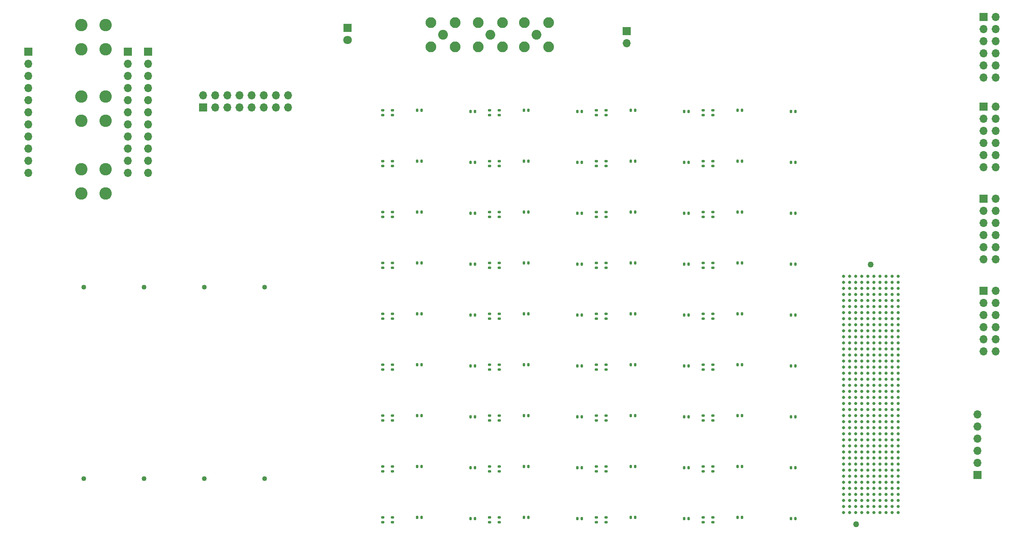
<source format=gbr>
%TF.GenerationSoftware,KiCad,Pcbnew,7.0.1*%
%TF.CreationDate,2023-04-05T17:43:42-07:00*%
%TF.ProjectId,VRSPAD-144,56525350-4144-42d3-9134-342e6b696361,rev?*%
%TF.SameCoordinates,Original*%
%TF.FileFunction,Soldermask,Bot*%
%TF.FilePolarity,Negative*%
%FSLAX46Y46*%
G04 Gerber Fmt 4.6, Leading zero omitted, Abs format (unit mm)*
G04 Created by KiCad (PCBNEW 7.0.1) date 2023-04-05 17:43:42*
%MOMM*%
%LPD*%
G01*
G04 APERTURE LIST*
G04 Aperture macros list*
%AMRoundRect*
0 Rectangle with rounded corners*
0 $1 Rounding radius*
0 $2 $3 $4 $5 $6 $7 $8 $9 X,Y pos of 4 corners*
0 Add a 4 corners polygon primitive as box body*
4,1,4,$2,$3,$4,$5,$6,$7,$8,$9,$2,$3,0*
0 Add four circle primitives for the rounded corners*
1,1,$1+$1,$2,$3*
1,1,$1+$1,$4,$5*
1,1,$1+$1,$6,$7*
1,1,$1+$1,$8,$9*
0 Add four rect primitives between the rounded corners*
20,1,$1+$1,$2,$3,$4,$5,0*
20,1,$1+$1,$4,$5,$6,$7,0*
20,1,$1+$1,$6,$7,$8,$9,0*
20,1,$1+$1,$8,$9,$2,$3,0*%
G04 Aperture macros list end*
%ADD10C,2.600000*%
%ADD11R,1.800000X1.800000*%
%ADD12C,1.800000*%
%ADD13R,1.700000X1.700000*%
%ADD14O,1.700000X1.700000*%
%ADD15C,1.020000*%
%ADD16C,2.050000*%
%ADD17C,2.250000*%
%ADD18RoundRect,0.140000X-0.140000X-0.170000X0.140000X-0.170000X0.140000X0.170000X-0.140000X0.170000X0*%
%ADD19RoundRect,0.140000X-0.170000X0.140000X-0.170000X-0.140000X0.170000X-0.140000X0.170000X0.140000X0*%
%ADD20RoundRect,0.140000X0.140000X0.170000X-0.140000X0.170000X-0.140000X-0.170000X0.140000X-0.170000X0*%
%ADD21C,1.270000*%
%ADD22C,0.640000*%
G04 APERTURE END LIST*
D10*
%TO.C,U6*%
X18923000Y85979000D03*
X24003000Y85979000D03*
X18923000Y91059000D03*
X24003000Y91059000D03*
%TD*%
D11*
%TO.C,D1*%
X74676000Y120655000D03*
D12*
X74676000Y118115000D03*
%TD*%
D10*
%TO.C,U4*%
X18923000Y101219000D03*
X24003000Y101219000D03*
X18923000Y106299000D03*
X24003000Y106299000D03*
%TD*%
D13*
%TO.C,J5*%
X7874000Y115697000D03*
D14*
X7874000Y113157000D03*
X7874000Y110617000D03*
X7874000Y108077000D03*
X7874000Y105537000D03*
X7874000Y102997000D03*
X7874000Y100457000D03*
X7874000Y97917000D03*
X7874000Y95377000D03*
X7874000Y92837000D03*
X7874000Y90297000D03*
%TD*%
D15*
%TO.C,J8*%
X57257000Y66293000D03*
X57257000Y26163000D03*
%TD*%
D13*
%TO.C,J2*%
X207772000Y104140000D03*
D14*
X210312000Y104140000D03*
X207772000Y101600000D03*
X210312000Y101600000D03*
X207772000Y99060000D03*
X210312000Y99060000D03*
X207772000Y96520000D03*
X210312000Y96520000D03*
X207772000Y93980000D03*
X210312000Y93980000D03*
X207772000Y91440000D03*
X210312000Y91440000D03*
%TD*%
D13*
%TO.C,J7*%
X44450000Y104013000D03*
D14*
X44450000Y106553000D03*
X46990000Y104013000D03*
X46990000Y106553000D03*
X49530000Y104013000D03*
X49530000Y106553000D03*
X52070000Y104013000D03*
X52070000Y106553000D03*
X54610000Y104013000D03*
X54610000Y106553000D03*
X57150000Y104013000D03*
X57150000Y106553000D03*
X59690000Y104013000D03*
X59690000Y106553000D03*
X62230000Y104013000D03*
X62230000Y106553000D03*
%TD*%
D15*
%TO.C,J9*%
X44657000Y66293000D03*
X44657000Y26163000D03*
%TD*%
D13*
%TO.C,J3*%
X207772000Y122936000D03*
D14*
X210312000Y122936000D03*
X207772000Y120396000D03*
X210312000Y120396000D03*
X207772000Y117856000D03*
X210312000Y117856000D03*
X207772000Y115316000D03*
X210312000Y115316000D03*
X207772000Y112776000D03*
X210312000Y112776000D03*
X207772000Y110236000D03*
X210312000Y110236000D03*
%TD*%
D13*
%TO.C,J14*%
X206502000Y26924000D03*
D14*
X206502000Y29464000D03*
X206502000Y32004000D03*
X206502000Y34544000D03*
X206502000Y37084000D03*
X206502000Y39624000D03*
%TD*%
D10*
%TO.C,U5*%
X18923000Y116205000D03*
X24003000Y116205000D03*
X18923000Y121285000D03*
X24003000Y121285000D03*
%TD*%
D16*
%TO.C,J17*%
X114173000Y119253000D03*
D17*
X111633000Y121793000D03*
X111633000Y116713000D03*
X116713000Y121793000D03*
X116713000Y116713000D03*
%TD*%
D13*
%TO.C,J1*%
X207772000Y84836000D03*
D14*
X210312000Y84836000D03*
X207772000Y82296000D03*
X210312000Y82296000D03*
X207772000Y79756000D03*
X210312000Y79756000D03*
X207772000Y77216000D03*
X210312000Y77216000D03*
X207772000Y74676000D03*
X210312000Y74676000D03*
X207772000Y72136000D03*
X210312000Y72136000D03*
%TD*%
D13*
%TO.C,J4*%
X207772000Y65532000D03*
D14*
X210312000Y65532000D03*
X207772000Y62992000D03*
X210312000Y62992000D03*
X207772000Y60452000D03*
X210312000Y60452000D03*
X207772000Y57912000D03*
X210312000Y57912000D03*
X207772000Y55372000D03*
X210312000Y55372000D03*
X207772000Y52832000D03*
X210312000Y52832000D03*
%TD*%
D15*
%TO.C,J10*%
X32057000Y66293000D03*
X32057000Y26163000D03*
%TD*%
%TO.C,J11*%
X19457000Y66293000D03*
X19457000Y26163000D03*
%TD*%
D13*
%TO.C,J6*%
X28702000Y115697000D03*
D14*
X28702000Y113157000D03*
X28702000Y110617000D03*
X28702000Y108077000D03*
X28702000Y105537000D03*
X28702000Y102997000D03*
X28702000Y100457000D03*
X28702000Y97917000D03*
X28702000Y95377000D03*
X28702000Y92837000D03*
X28702000Y90297000D03*
%TD*%
D13*
%TO.C,J13*%
X32893000Y115697000D03*
D14*
X32893000Y113157000D03*
X32893000Y110617000D03*
X32893000Y108077000D03*
X32893000Y105537000D03*
X32893000Y102997000D03*
X32893000Y100457000D03*
X32893000Y97917000D03*
X32893000Y95377000D03*
X32893000Y92837000D03*
X32893000Y90297000D03*
%TD*%
D16*
%TO.C,J15*%
X94615000Y119253000D03*
D17*
X92075000Y121793000D03*
X92075000Y116713000D03*
X97155000Y121793000D03*
X97155000Y116713000D03*
%TD*%
D13*
%TO.C,J18*%
X133096000Y120020000D03*
D14*
X133096000Y117480000D03*
%TD*%
D16*
%TO.C,J16*%
X104521000Y119253000D03*
D17*
X101981000Y121793000D03*
X101981000Y116713000D03*
X107061000Y121793000D03*
X107061000Y116713000D03*
%TD*%
D18*
%TO.C,C175*%
X156238000Y18034000D03*
X157198000Y18034000D03*
%TD*%
D19*
%TO.C,C146*%
X104394000Y92682000D03*
X104394000Y91722000D03*
%TD*%
%TO.C,C161*%
X82042000Y18006000D03*
X82042000Y17046000D03*
%TD*%
D20*
%TO.C,C102*%
X123670000Y71120000D03*
X122710000Y71120000D03*
%TD*%
D19*
%TO.C,C106*%
X149098000Y71346000D03*
X149098000Y70386000D03*
%TD*%
D18*
%TO.C,C95*%
X89182000Y71374000D03*
X90142000Y71374000D03*
%TD*%
D19*
%TO.C,C29*%
X84074000Y28674000D03*
X84074000Y27714000D03*
%TD*%
%TO.C,C154*%
X84074000Y103350000D03*
X84074000Y102390000D03*
%TD*%
D20*
%TO.C,C57*%
X168374000Y49784000D03*
X167414000Y49784000D03*
%TD*%
%TO.C,C82*%
X168374000Y60452000D03*
X167414000Y60452000D03*
%TD*%
D19*
%TO.C,C94*%
X128778000Y71346000D03*
X128778000Y70386000D03*
%TD*%
%TO.C,C76*%
X126746000Y60678000D03*
X126746000Y59718000D03*
%TD*%
%TO.C,C89*%
X106426000Y60678000D03*
X106426000Y59718000D03*
%TD*%
%TO.C,C91*%
X126746000Y71346000D03*
X126746000Y70386000D03*
%TD*%
%TO.C,C66*%
X82042000Y50010000D03*
X82042000Y49050000D03*
%TD*%
%TO.C,C159*%
X151130000Y103350000D03*
X151130000Y102390000D03*
%TD*%
%TO.C,C44*%
X106426000Y39342000D03*
X106426000Y38382000D03*
%TD*%
%TO.C,C59*%
X151130000Y50010000D03*
X151130000Y49050000D03*
%TD*%
D18*
%TO.C,C50*%
X111534000Y50038000D03*
X112494000Y50038000D03*
%TD*%
D19*
%TO.C,C186*%
X126746000Y103350000D03*
X126746000Y102390000D03*
%TD*%
%TO.C,C126*%
X149098000Y82014000D03*
X149098000Y81054000D03*
%TD*%
D18*
%TO.C,C30*%
X89182000Y39370000D03*
X90142000Y39370000D03*
%TD*%
D20*
%TO.C,C152*%
X101318000Y103124000D03*
X100358000Y103124000D03*
%TD*%
%TO.C,C92*%
X146022000Y71120000D03*
X145062000Y71120000D03*
%TD*%
D19*
%TO.C,C169*%
X128778000Y18006000D03*
X128778000Y17046000D03*
%TD*%
D20*
%TO.C,C112*%
X101318000Y81788000D03*
X100358000Y81788000D03*
%TD*%
D19*
%TO.C,C164*%
X84074000Y18006000D03*
X84074000Y17046000D03*
%TD*%
D20*
%TO.C,C127*%
X168374000Y81788000D03*
X167414000Y81788000D03*
%TD*%
%TO.C,C187*%
X146022000Y103124000D03*
X145062000Y103124000D03*
%TD*%
D19*
%TO.C,C166*%
X126746000Y18006000D03*
X126746000Y17046000D03*
%TD*%
D18*
%TO.C,C80*%
X156238000Y60706000D03*
X157198000Y60706000D03*
%TD*%
D19*
%TO.C,C136*%
X149098000Y92682000D03*
X149098000Y91722000D03*
%TD*%
D20*
%TO.C,C52*%
X123670000Y49784000D03*
X122710000Y49784000D03*
%TD*%
%TO.C,C97*%
X101318000Y71120000D03*
X100358000Y71120000D03*
%TD*%
D19*
%TO.C,C86*%
X104394000Y60678000D03*
X104394000Y59718000D03*
%TD*%
D20*
%TO.C,C42*%
X123670000Y39116000D03*
X122710000Y39116000D03*
%TD*%
%TO.C,C167*%
X146022000Y17780000D03*
X145062000Y17780000D03*
%TD*%
D19*
%TO.C,C84*%
X151130000Y60678000D03*
X151130000Y59718000D03*
%TD*%
%TO.C,C19*%
X151130000Y28674000D03*
X151130000Y27714000D03*
%TD*%
D18*
%TO.C,C75*%
X133886000Y60706000D03*
X134846000Y60706000D03*
%TD*%
D19*
%TO.C,C116*%
X126746000Y82014000D03*
X126746000Y81054000D03*
%TD*%
D20*
%TO.C,C27*%
X101318000Y28448000D03*
X100358000Y28448000D03*
%TD*%
%TO.C,C87*%
X123670000Y60452000D03*
X122710000Y60452000D03*
%TD*%
D19*
%TO.C,C71*%
X82042000Y60678000D03*
X82042000Y59718000D03*
%TD*%
D20*
%TO.C,C107*%
X168374000Y71120000D03*
X167414000Y71120000D03*
%TD*%
D19*
%TO.C,C139*%
X151130000Y92682000D03*
X151130000Y91722000D03*
%TD*%
D20*
%TO.C,C162*%
X101318000Y17780000D03*
X100358000Y17780000D03*
%TD*%
D19*
%TO.C,C24*%
X106426000Y28674000D03*
X106426000Y27714000D03*
%TD*%
%TO.C,C174*%
X106426000Y18006000D03*
X106426000Y17046000D03*
%TD*%
D18*
%TO.C,C140*%
X133886000Y92710000D03*
X134846000Y92710000D03*
%TD*%
D20*
%TO.C,C122*%
X123670000Y81788000D03*
X122710000Y81788000D03*
%TD*%
D19*
%TO.C,C129*%
X151130000Y82014000D03*
X151130000Y81054000D03*
%TD*%
%TO.C,C119*%
X128778000Y82014000D03*
X128778000Y81054000D03*
%TD*%
D18*
%TO.C,C135*%
X156238000Y92710000D03*
X157198000Y92710000D03*
%TD*%
D19*
%TO.C,C69*%
X84074000Y50010000D03*
X84074000Y49050000D03*
%TD*%
D20*
%TO.C,C172*%
X123670000Y17780000D03*
X122710000Y17780000D03*
%TD*%
D19*
%TO.C,C101*%
X104394000Y71346000D03*
X104394000Y70386000D03*
%TD*%
D18*
%TO.C,C20*%
X111534000Y28702000D03*
X112494000Y28702000D03*
%TD*%
%TO.C,C90*%
X133886000Y71374000D03*
X134846000Y71374000D03*
%TD*%
D19*
%TO.C,C141*%
X126746000Y92682000D03*
X126746000Y91722000D03*
%TD*%
%TO.C,C134*%
X84074000Y92682000D03*
X84074000Y91722000D03*
%TD*%
D20*
%TO.C,C177*%
X168374000Y17780000D03*
X167414000Y17780000D03*
%TD*%
D19*
%TO.C,C171*%
X104394000Y18006000D03*
X104394000Y17046000D03*
%TD*%
D18*
%TO.C,C110*%
X89182000Y82042000D03*
X90142000Y82042000D03*
%TD*%
D20*
%TO.C,C137*%
X168374000Y92456000D03*
X167414000Y92456000D03*
%TD*%
%TO.C,C13*%
X168374000Y28448000D03*
X167414000Y28448000D03*
%TD*%
D19*
%TO.C,C149*%
X106426000Y92682000D03*
X106426000Y91722000D03*
%TD*%
%TO.C,C81*%
X149098000Y60678000D03*
X149098000Y59718000D03*
%TD*%
%TO.C,C176*%
X149098000Y18006000D03*
X149098000Y17046000D03*
%TD*%
%TO.C,C99*%
X84074000Y71346000D03*
X84074000Y70386000D03*
%TD*%
D18*
%TO.C,C25*%
X89182000Y28702000D03*
X90142000Y28702000D03*
%TD*%
%TO.C,C150*%
X89182000Y103378000D03*
X90142000Y103378000D03*
%TD*%
D19*
%TO.C,C56*%
X149098000Y50010000D03*
X149098000Y49050000D03*
%TD*%
%TO.C,C36*%
X149098000Y39342000D03*
X149098000Y38382000D03*
%TD*%
%TO.C,C54*%
X106426000Y50010000D03*
X106426000Y49050000D03*
%TD*%
D20*
%TO.C,C37*%
X168374000Y39116000D03*
X167414000Y39116000D03*
%TD*%
D19*
%TO.C,C51*%
X104394000Y50010000D03*
X104394000Y49050000D03*
%TD*%
D21*
%TO.C,J12*%
X184150000Y71017000D03*
X181100000Y16637000D03*
D22*
X189865000Y68592000D03*
X189865000Y67322000D03*
X189865000Y66052000D03*
X189865000Y64782000D03*
X189865000Y63512000D03*
X189865000Y62242000D03*
X189865000Y60972000D03*
X189865000Y59702000D03*
X189865000Y58432000D03*
X189865000Y57162000D03*
X189865000Y55892000D03*
X189865000Y54622000D03*
X189865000Y53352000D03*
X189865000Y52082000D03*
X189865000Y50812000D03*
X189865000Y49542000D03*
X189865000Y48272000D03*
X189865000Y47002000D03*
X189865000Y45732000D03*
X189865000Y44467000D03*
X189865000Y43187000D03*
X189865000Y41922000D03*
X189865000Y40652000D03*
X189865000Y39382000D03*
X189865000Y38112000D03*
X189865000Y36842000D03*
X189865000Y35572000D03*
X189865000Y34302000D03*
X189865000Y33032000D03*
X189865000Y31762000D03*
X189865000Y30492000D03*
X189865000Y29222000D03*
X189865000Y27952000D03*
X189865000Y26682000D03*
X189865000Y25412000D03*
X189865000Y24142000D03*
X189865000Y22872000D03*
X189865000Y21602000D03*
X189865000Y20332000D03*
X189865000Y19062000D03*
X188595000Y68592000D03*
X188595000Y67322000D03*
X188595000Y66052000D03*
X188595000Y64782000D03*
X188595000Y63512000D03*
X188595000Y62242000D03*
X188595000Y60972000D03*
X188595000Y59702000D03*
X188595000Y58432000D03*
X188595000Y57162000D03*
X188595000Y55892000D03*
X188595000Y54622000D03*
X188595000Y53352000D03*
X188595000Y52082000D03*
X188595000Y50812000D03*
X188595000Y49542000D03*
X188595000Y48272000D03*
X188595000Y47002000D03*
X188595000Y45732000D03*
X188595000Y44467000D03*
X188595000Y43187000D03*
X188595000Y41922000D03*
X188595000Y40652000D03*
X188595000Y39382000D03*
X188595000Y38112000D03*
X188595000Y36842000D03*
X188595000Y35572000D03*
X188595000Y34302000D03*
X188595000Y33032000D03*
X188595000Y31762000D03*
X188595000Y30492000D03*
X188595000Y29222000D03*
X188595000Y27952000D03*
X188595000Y26682000D03*
X188595000Y25412000D03*
X188595000Y24142000D03*
X188595000Y22872000D03*
X188595000Y21602000D03*
X188595000Y20332000D03*
X188595000Y19062000D03*
X187325000Y68592000D03*
X187325000Y67322000D03*
X187325000Y66052000D03*
X187325000Y64782000D03*
X187325000Y63512000D03*
X187325000Y62242000D03*
X187325000Y60972000D03*
X187325000Y59702000D03*
X187325000Y58432000D03*
X187325000Y57162000D03*
X187325000Y55892000D03*
X187325000Y54622000D03*
X187325000Y53352000D03*
X187325000Y52082000D03*
X187325000Y50812000D03*
X187325000Y49542000D03*
X187325000Y48272000D03*
X187325000Y47002000D03*
X187325000Y45732000D03*
X187325000Y44467000D03*
X187325000Y43187000D03*
X187325000Y41922000D03*
X187325000Y40652000D03*
X187325000Y39382000D03*
X187325000Y38112000D03*
X187325000Y36842000D03*
X187325000Y35572000D03*
X187325000Y34302000D03*
X187325000Y33032000D03*
X187325000Y31762000D03*
X187325000Y30492000D03*
X187325000Y29222000D03*
X187325000Y27952000D03*
X187325000Y26682000D03*
X187325000Y25412000D03*
X187325000Y24142000D03*
X187325000Y22872000D03*
X187325000Y21602000D03*
X187325000Y20332000D03*
X187325000Y19062000D03*
X186055000Y68592000D03*
X186055000Y67322000D03*
X186055000Y66052000D03*
X186055000Y64782000D03*
X186055000Y63512000D03*
X186055000Y62242000D03*
X186055000Y60972000D03*
X186055000Y59702000D03*
X186055000Y58432000D03*
X186055000Y57162000D03*
X186055000Y55892000D03*
X186055000Y54622000D03*
X186055000Y53352000D03*
X186055000Y52082000D03*
X186055000Y50812000D03*
X186055000Y49542000D03*
X186055000Y48272000D03*
X186055000Y47002000D03*
X186055000Y45732000D03*
X186055000Y44467000D03*
X186055000Y43187000D03*
X186055000Y41922000D03*
X186055000Y40652000D03*
X186055000Y39382000D03*
X186055000Y38112000D03*
X186055000Y36842000D03*
X186055000Y35572000D03*
X186055000Y34302000D03*
X186055000Y33032000D03*
X186055000Y31762000D03*
X186055000Y30492000D03*
X186055000Y29222000D03*
X186055000Y27952000D03*
X186055000Y26682000D03*
X186055000Y25412000D03*
X186055000Y24142000D03*
X186055000Y22872000D03*
X186055000Y21602000D03*
X186055000Y20332000D03*
X186055000Y19062000D03*
X184790000Y68592000D03*
X184790000Y67322000D03*
X184790000Y66052000D03*
X184790000Y64782000D03*
X184790000Y63512000D03*
X184790000Y62242000D03*
X184790000Y60972000D03*
X184790000Y59702000D03*
X184790000Y58432000D03*
X184790000Y57162000D03*
X184790000Y55892000D03*
X184790000Y54622000D03*
X184790000Y53352000D03*
X184790000Y52082000D03*
X184790000Y50812000D03*
X184790000Y49542000D03*
X184790000Y48272000D03*
X184790000Y47002000D03*
X184790000Y45732000D03*
X184790000Y44467000D03*
X184790000Y43187000D03*
X184790000Y41922000D03*
X184790000Y40652000D03*
X184790000Y39382000D03*
X184790000Y38112000D03*
X184790000Y36842000D03*
X184790000Y35572000D03*
X184790000Y34302000D03*
X184790000Y33032000D03*
X184790000Y31762000D03*
X184790000Y30492000D03*
X184790000Y29222000D03*
X184790000Y27952000D03*
X184790000Y26682000D03*
X184790000Y25412000D03*
X184790000Y24142000D03*
X184790000Y22872000D03*
X184790000Y21602000D03*
X184790000Y20332000D03*
X184790000Y19062000D03*
X183510000Y68592000D03*
X183510000Y67322000D03*
X183510000Y66052000D03*
X183510000Y64782000D03*
X183510000Y63512000D03*
X183510000Y62242000D03*
X183510000Y60972000D03*
X183510000Y59702000D03*
X183510000Y58432000D03*
X183510000Y57162000D03*
X183510000Y55892000D03*
X183510000Y54622000D03*
X183510000Y53352000D03*
X183510000Y52082000D03*
X183510000Y50812000D03*
X183510000Y49542000D03*
X183510000Y48272000D03*
X183510000Y47002000D03*
X183510000Y45732000D03*
X183510000Y44467000D03*
X183510000Y43187000D03*
X183510000Y41922000D03*
X183510000Y40652000D03*
X183510000Y39382000D03*
X183510000Y38112000D03*
X183510000Y36842000D03*
X183510000Y35572000D03*
X183510000Y34302000D03*
X183510000Y33032000D03*
X183510000Y31762000D03*
X183510000Y30492000D03*
X183510000Y29222000D03*
X183510000Y27952000D03*
X183510000Y26682000D03*
X183510000Y25412000D03*
X183510000Y24142000D03*
X183510000Y22872000D03*
X183510000Y21602000D03*
X183510000Y20332000D03*
X183510000Y19062000D03*
X182245000Y68592000D03*
X182245000Y67322000D03*
X182245000Y66052000D03*
X182245000Y64782000D03*
X182245000Y63512000D03*
X182245000Y62242000D03*
X182245000Y60972000D03*
X182245000Y59702000D03*
X182245000Y58432000D03*
X182245000Y57162000D03*
X182245000Y55892000D03*
X182245000Y54622000D03*
X182245000Y53352000D03*
X182245000Y52082000D03*
X182245000Y50812000D03*
X182245000Y49542000D03*
X182245000Y48272000D03*
X182245000Y47002000D03*
X182245000Y45732000D03*
X182245000Y44467000D03*
X182245000Y43187000D03*
X182245000Y41922000D03*
X182245000Y40652000D03*
X182245000Y39382000D03*
X182245000Y38112000D03*
X182245000Y36842000D03*
X182245000Y35572000D03*
X182245000Y34302000D03*
X182245000Y33032000D03*
X182245000Y31762000D03*
X182245000Y30492000D03*
X182245000Y29222000D03*
X182245000Y27952000D03*
X182245000Y26682000D03*
X182245000Y25412000D03*
X182245000Y24142000D03*
X182245000Y22872000D03*
X182245000Y21602000D03*
X182245000Y20332000D03*
X182245000Y19062000D03*
X180975000Y68592000D03*
X180975000Y67322000D03*
X180975000Y66052000D03*
X180975000Y64782000D03*
X180975000Y63512000D03*
X180975000Y62242000D03*
X180975000Y60972000D03*
X180975000Y59702000D03*
X180975000Y58432000D03*
X180975000Y57162000D03*
X180975000Y55892000D03*
X180975000Y54622000D03*
X180975000Y53352000D03*
X180975000Y52082000D03*
X180975000Y50812000D03*
X180975000Y49542000D03*
X180975000Y48272000D03*
X180975000Y47002000D03*
X180975000Y45732000D03*
X180975000Y44467000D03*
X180975000Y43187000D03*
X180975000Y41922000D03*
X180975000Y40652000D03*
X180975000Y39382000D03*
X180975000Y38112000D03*
X180975000Y36842000D03*
X180975000Y35572000D03*
X180975000Y34302000D03*
X180975000Y33032000D03*
X180975000Y31762000D03*
X180975000Y30492000D03*
X180975000Y29222000D03*
X180975000Y27952000D03*
X180975000Y26682000D03*
X180975000Y25412000D03*
X180975000Y24142000D03*
X180975000Y22872000D03*
X180975000Y21602000D03*
X180975000Y20332000D03*
X180975000Y19062000D03*
X179705000Y68592000D03*
X179705000Y67322000D03*
X179705000Y66052000D03*
X179705000Y64782000D03*
X179705000Y63512000D03*
X179705000Y62242000D03*
X179705000Y60972000D03*
X179705000Y59702000D03*
X179705000Y58432000D03*
X179705000Y57162000D03*
X179705000Y55892000D03*
X179705000Y54622000D03*
X179705000Y53352000D03*
X179705000Y52082000D03*
X179705000Y50812000D03*
X179705000Y49542000D03*
X179705000Y48272000D03*
X179705000Y47002000D03*
X179705000Y45732000D03*
X179705000Y44467000D03*
X179705000Y43187000D03*
X179705000Y41922000D03*
X179705000Y40652000D03*
X179705000Y39382000D03*
X179705000Y38112000D03*
X179705000Y36842000D03*
X179705000Y35572000D03*
X179705000Y34302000D03*
X179705000Y33032000D03*
X179705000Y31762000D03*
X179705000Y30492000D03*
X179705000Y29222000D03*
X179705000Y27952000D03*
X179705000Y26682000D03*
X179705000Y25412000D03*
X179705000Y24142000D03*
X179705000Y22872000D03*
X179705000Y21602000D03*
X179705000Y20332000D03*
X179705000Y19062000D03*
X178435000Y68592000D03*
X178435000Y67322000D03*
X178435000Y66052000D03*
X178435000Y64782000D03*
X178435000Y63512000D03*
X178435000Y62242000D03*
X178435000Y60972000D03*
X178435000Y59702000D03*
X178435000Y58432000D03*
X178435000Y57162000D03*
X178435000Y55892000D03*
X178435000Y54622000D03*
X178435000Y53352000D03*
X178435000Y52082000D03*
X178435000Y50812000D03*
X178435000Y49542000D03*
X178435000Y48272000D03*
X178435000Y47002000D03*
X178435000Y45732000D03*
X178435000Y44467000D03*
X178435000Y43187000D03*
X178435000Y41922000D03*
X178435000Y40652000D03*
X178435000Y39382000D03*
X178435000Y38112000D03*
X178435000Y36842000D03*
X178435000Y35572000D03*
X178435000Y34302000D03*
X178435000Y33032000D03*
X178435000Y31762000D03*
X178435000Y30492000D03*
X178435000Y29222000D03*
X178435000Y27952000D03*
X178435000Y26682000D03*
X178435000Y25412000D03*
X178435000Y24142000D03*
X178435000Y22872000D03*
X178435000Y21602000D03*
X178435000Y20332000D03*
X178435000Y19062000D03*
%TD*%
D19*
%TO.C,C189*%
X128778000Y103350000D03*
X128778000Y102390000D03*
%TD*%
D20*
%TO.C,C157*%
X168374000Y103124000D03*
X167414000Y103124000D03*
%TD*%
D19*
%TO.C,C121*%
X104394000Y82014000D03*
X104394000Y81054000D03*
%TD*%
D18*
%TO.C,C55*%
X156238000Y50038000D03*
X157198000Y50038000D03*
%TD*%
%TO.C,C145*%
X111534000Y92710000D03*
X112494000Y92710000D03*
%TD*%
D20*
%TO.C,C147*%
X123670000Y92456000D03*
X122710000Y92456000D03*
%TD*%
D19*
%TO.C,C34*%
X84074000Y39342000D03*
X84074000Y38382000D03*
%TD*%
D18*
%TO.C,C45*%
X133886000Y39370000D03*
X134846000Y39370000D03*
%TD*%
%TO.C,C35*%
X156238000Y39370000D03*
X157198000Y39370000D03*
%TD*%
D20*
%TO.C,C72*%
X101318000Y60452000D03*
X100358000Y60452000D03*
%TD*%
%TO.C,C4*%
X146022000Y28448000D03*
X145062000Y28448000D03*
%TD*%
D19*
%TO.C,C8*%
X128778000Y28674000D03*
X128778000Y27714000D03*
%TD*%
D18*
%TO.C,C180*%
X111534000Y103378000D03*
X112494000Y103378000D03*
%TD*%
D20*
%TO.C,C142*%
X146022000Y92456000D03*
X145062000Y92456000D03*
%TD*%
D19*
%TO.C,C74*%
X84074000Y60678000D03*
X84074000Y59718000D03*
%TD*%
%TO.C,C31*%
X82042000Y39342000D03*
X82042000Y38382000D03*
%TD*%
D18*
%TO.C,C65*%
X89182000Y50038000D03*
X90142000Y50038000D03*
%TD*%
%TO.C,C120*%
X111534000Y82042000D03*
X112494000Y82042000D03*
%TD*%
D19*
%TO.C,C144*%
X128778000Y92682000D03*
X128778000Y91722000D03*
%TD*%
%TO.C,C49*%
X128778000Y39342000D03*
X128778000Y38382000D03*
%TD*%
%TO.C,C104*%
X106426000Y71346000D03*
X106426000Y70386000D03*
%TD*%
D18*
%TO.C,C125*%
X156238000Y82042000D03*
X157198000Y82042000D03*
%TD*%
D19*
%TO.C,C61*%
X126746000Y50010000D03*
X126746000Y49050000D03*
%TD*%
D20*
%TO.C,C22*%
X123670000Y28448000D03*
X122710000Y28448000D03*
%TD*%
D19*
%TO.C,C131*%
X82042000Y92682000D03*
X82042000Y91722000D03*
%TD*%
%TO.C,C10*%
X149098000Y28674000D03*
X149098000Y27714000D03*
%TD*%
%TO.C,C26*%
X82042000Y28674000D03*
X82042000Y27714000D03*
%TD*%
D18*
%TO.C,C9*%
X156238000Y28702000D03*
X157198000Y28702000D03*
%TD*%
%TO.C,C2*%
X133886000Y28702000D03*
X134846000Y28702000D03*
%TD*%
%TO.C,C155*%
X156238000Y103378000D03*
X157198000Y103378000D03*
%TD*%
D20*
%TO.C,C132*%
X101318000Y92456000D03*
X100358000Y92456000D03*
%TD*%
D19*
%TO.C,C124*%
X106426000Y82014000D03*
X106426000Y81054000D03*
%TD*%
%TO.C,C21*%
X104394000Y28674000D03*
X104394000Y27714000D03*
%TD*%
%TO.C,C181*%
X104394000Y103350000D03*
X104394000Y102390000D03*
%TD*%
D18*
%TO.C,C70*%
X89182000Y60706000D03*
X90142000Y60706000D03*
%TD*%
D19*
%TO.C,C46*%
X126746000Y39342000D03*
X126746000Y38382000D03*
%TD*%
D20*
%TO.C,C62*%
X146022000Y49784000D03*
X145062000Y49784000D03*
%TD*%
%TO.C,C32*%
X101318000Y39116000D03*
X100358000Y39116000D03*
%TD*%
%TO.C,C47*%
X146022000Y39116000D03*
X145062000Y39116000D03*
%TD*%
D19*
%TO.C,C3*%
X126746000Y28674000D03*
X126746000Y27714000D03*
%TD*%
D18*
%TO.C,C85*%
X111534000Y60706000D03*
X112494000Y60706000D03*
%TD*%
D19*
%TO.C,C114*%
X84074000Y82014000D03*
X84074000Y81054000D03*
%TD*%
D18*
%TO.C,C100*%
X111534000Y71374000D03*
X112494000Y71374000D03*
%TD*%
%TO.C,C115*%
X133886000Y82042000D03*
X134846000Y82042000D03*
%TD*%
D19*
%TO.C,C64*%
X128778000Y50010000D03*
X128778000Y49050000D03*
%TD*%
D20*
%TO.C,C67*%
X101318000Y49784000D03*
X100358000Y49784000D03*
%TD*%
D18*
%TO.C,C160*%
X89182000Y18034000D03*
X90142000Y18034000D03*
%TD*%
%TO.C,C185*%
X133886000Y103378000D03*
X134846000Y103378000D03*
%TD*%
D19*
%TO.C,C96*%
X82042000Y71346000D03*
X82042000Y70386000D03*
%TD*%
%TO.C,C39*%
X151130000Y39342000D03*
X151130000Y38382000D03*
%TD*%
%TO.C,C151*%
X82042000Y103350000D03*
X82042000Y102390000D03*
%TD*%
D18*
%TO.C,C40*%
X111534000Y39370000D03*
X112494000Y39370000D03*
%TD*%
D19*
%TO.C,C179*%
X151130000Y18006000D03*
X151130000Y17046000D03*
%TD*%
%TO.C,C41*%
X104394000Y39342000D03*
X104394000Y38382000D03*
%TD*%
D18*
%TO.C,C165*%
X133886000Y18034000D03*
X134846000Y18034000D03*
%TD*%
%TO.C,C60*%
X133886000Y50038000D03*
X134846000Y50038000D03*
%TD*%
D19*
%TO.C,C184*%
X106426000Y103350000D03*
X106426000Y102390000D03*
%TD*%
D20*
%TO.C,C182*%
X123670000Y103124000D03*
X122710000Y103124000D03*
%TD*%
D19*
%TO.C,C111*%
X82042000Y82014000D03*
X82042000Y81054000D03*
%TD*%
%TO.C,C79*%
X128778000Y60678000D03*
X128778000Y59718000D03*
%TD*%
D20*
%TO.C,C117*%
X146022000Y81788000D03*
X145062000Y81788000D03*
%TD*%
D19*
%TO.C,C156*%
X149098000Y103350000D03*
X149098000Y102390000D03*
%TD*%
D20*
%TO.C,C77*%
X146022000Y60452000D03*
X145062000Y60452000D03*
%TD*%
D18*
%TO.C,C130*%
X89182000Y92710000D03*
X90142000Y92710000D03*
%TD*%
D19*
%TO.C,C109*%
X151130000Y71346000D03*
X151130000Y70386000D03*
%TD*%
D18*
%TO.C,C170*%
X111534000Y18034000D03*
X112494000Y18034000D03*
%TD*%
%TO.C,C105*%
X156238000Y71374000D03*
X157198000Y71374000D03*
%TD*%
M02*

</source>
